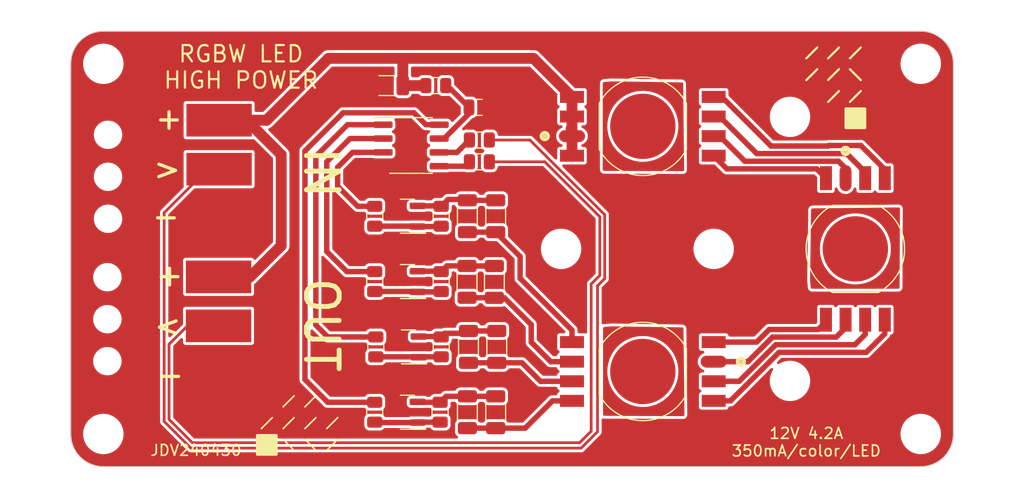
<source format=kicad_pcb>
(kicad_pcb (version 20240108) (generator "pcbnew") (generator_version "8.0")
  (layers (0 "F.Cu" signal) (31 "B.Cu" signal) (34 "B.Paste" user) (35 "F.Paste" user) (36 "B.SilkS" user "B.Silkscreen") (37 "F.SilkS" user "F.Silkscreen") (38 "B.Mask" user) (39 "F.Mask" user) (44 "Edge.Cuts" user))
  (net 0 "")
  (net 1 "+12V")
  (net 2 "GND")
  (net 3 "Net-(U1-VDD)")
  (net 4 "Net-(J1-Pin_2)")
  (net 5 "Net-(J2-Pin_2)")
  (net 6 "Net-(L1-Pad5)")
  (net 7 "Net-(L1-Pad6)")
  (net 8 "Net-(L1-Pad7)")
  (net 9 "Net-(L1-Pad8)")
  (net 10 "Net-(L2-Pad5)")
  (net 11 "Net-(L2-Pad6)")
  (net 12 "Net-(L2-Pad7)")
  (net 13 "Net-(L2-Pad8)")
  (net 14 "Net-(L3-Pad5)")
  (net 15 "Net-(L3-Pad6)")
  (net 16 "Net-(L3-Pad7)")
  (net 17 "Net-(L3-Pad8)")
  (net 21 "Net-(Q1-B)")
  (net 22 "Net-(Q1-E)")
  (net 23 "Net-(Q2-B)")
  (net 24 "Net-(Q2-E)")
  (net 25 "Net-(Q3-E)")
  (net 26 "Net-(Q3-B)")
  (net 27 "Net-(Q4-E)")
  (net 28 "Net-(Q4-B)")
  (net 29 "Net-(U1-OUT_B)")
  (net 30 "Net-(U1-OUT_G)")
  (net 31 "Net-(U1-OUT_R)")
  (net 32 "Net-(U1-OUT_W)")
  (net 33 "Net-(U1-DIN)")
  (net 34 "Net-(U1-DOUT)")
  (footprint "Resistor_SMD:R_0805_2012Metric" (layer "F.Cu") (at 99 65 -90)
    (property "Reference" "R1" (hide yes))
    (property "Value" "18K")
    (fp_line (start -0.227064 0.735) (end 0.227064 0.735) (stroke (width 0.12)) (layer "F.SilkS"))
    (fp_line (start -0.227064 -0.735) (end 0.227064 -0.735) (stroke (width 0.12)) (layer "F.SilkS"))
    (pad "1" smd roundrect (at -0.9125 0 270) (size 1.025 1.4) (layers "F.Cu" "F.Paste" "F.Mask") (roundrect_rratio 0.243902439) (net 22 "Net-(Q1-E)"))
    (pad "2" smd roundrect (at 0.9125 0 270) (size 1.025 1.4) (layers "F.Cu" "F.Paste" "F.Mask") (roundrect_rratio 0.243902439) (net 21 "Net-(Q1-B)"))
  )
  (footprint "Package_TO_SOT_SMD:SOT-23" (layer "F.Cu") (at 95.9 71 180)
    (property "Reference" "Q2" (hide yes))
    (property "Value" "S8550")
    (fp_line (start 0 1.56) (end 0.65 1.56) (stroke (width 0.12)) (layer "F.SilkS"))
    (fp_line (start 0 1.56) (end -0.65 1.56) (stroke (width 0.12)) (layer "F.SilkS"))
    (fp_line (start 0 -1.56) (end 0.65 -1.56) (stroke (width 0.12)) (layer "F.SilkS"))
    (fp_line (start 0 -1.56) (end -1.675 -1.56) (stroke (width 0.12)) (layer "F.SilkS"))
    (pad "1" smd roundrect (at -0.9375 -0.95 180) (size 1.475 0.6) (layers "F.Cu" "F.Paste" "F.Mask") (net 23 "Net-(Q2-B)"))
    (pad "2" smd roundrect (at -0.9375 0.95 180) (size 1.475 0.6) (layers "F.Cu" "F.Paste" "F.Mask") (net 24 "Net-(Q2-E)"))
    (pad "3" smd roundrect (at 0.9375 0 180) (size 1.475 0.6) (layers "F.Cu" "F.Paste" "F.Mask") (net 2 "GND"))
  )
  (footprint "_led:LED_BEAD_8P" (layer "F.Cu") (at 117.5 79.25833 180)
    (property "Reference" "L3" (hide yes))
    (property "Value" "GWRB-LED")
    (fp_line (start 4 -2.1) (end 4 2.1) (stroke (width 0.12)) (layer "F.SilkS"))
    (fp_line (start -4 -2.1) (end -4 2.1) (stroke (width 0.12)) (layer "F.SilkS"))
    (fp_arc (start 3.999999 2.1) (mid 0 4.517742) (end -3.999999 2.1) (stroke (width 0.12)) (layer "F.SilkS"))
    (fp_arc (start -3.999999 -2.1) (mid 0 -4.517742) (end 3.999999 -2.1) (stroke (width 0.12)) (layer "F.SilkS"))
    (fp_circle (center -9 0.9) (end -8.6 1) (stroke (width 0.12)) (fill none) (layer "F.SilkS"))
    (fp_circle (center -9 0.9) (end -9 0.9) (stroke (width 0.12)) (fill none) (layer "F.SilkS"))
    (fp_circle (center -9 0.9) (end -9 0.7) (stroke (width 0.12)) (fill none) (layer "F.SilkS"))
    (fp_circle (center -9 0.9) (end -9 0.6) (stroke (width 0.12)) (fill none) (layer "F.SilkS"))
    (pad "1" smd rect (at -6.5 -2.7 180) (size 2.2 1.1) (layers "F.Cu" "F.Paste" "F.Mask") (net 13 "Net-(L2-Pad8)"))
    (pad "2" smd rect (at -6.5 -0.9 180) (size 2.2 1.1) (layers "F.Cu" "F.Paste" "F.Mask") (net 12 "Net-(L2-Pad7)"))
    (pad "3" smd roundrect (at -6.5 0.9 180) (size 2.4 1.1) (layers "F.Cu" "F.Paste" "F.Mask") (roundrect_rratio 0.5) (net 11 "Net-(L2-Pad6)"))
    (pad "4" smd rect (at -6.5 2.7 180) (size 2.2 1.1) (layers "F.Cu" "F.Paste" "F.Mask") (net 10 "Net-(L2-Pad5)"))
    (pad "5" smd rect (at 6.5 2.7 180) (size 2.2 1.1) (layers "F.Cu" "F.Paste" "F.Mask") (net 14 "Net-(L3-Pad5)"))
    (pad "6" smd rect (at 6.5 0.9 180) (size 2.2 1.1) (layers "F.Cu" "F.Paste" "F.Mask") (net 15 "Net-(L3-Pad6)"))
    (pad "7" smd rect (at 6.5 -0.9 180) (size 2.2 1.1) (layers "F.Cu" "F.Paste" "F.Mask") (net 16 "Net-(L3-Pad7)"))
    (pad "8" smd rect (at 6.5 -2.7 180) (size 2.2 1.1) (layers "F.Cu" "F.Paste" "F.Mask") (net 17 "Net-(L3-Pad8)"))
    (pad "9" smd circle (at 0 0 180) (size 6 6) (layers "F.Cu" "F.Paste" "F.Mask"))
  )
  (footprint "Resistor_SMD:R_0805_2012Metric" (layer "F.Cu") (at 92.9 65 90)
    (property "Reference" "R12" (hide yes))
    (property "Value" "100R")
    (fp_line (start -0.227064 -0.735) (end 0.227064 -0.735) (stroke (width 0.12)) (layer "F.SilkS"))
    (fp_line (start -0.227064 0.735) (end 0.227064 0.735) (stroke (width 0.12)) (layer "F.SilkS"))
    (pad "1" smd roundrect (at -0.9125 0 90) (size 1.025 1.4) (layers "F.Cu" "F.Paste" "F.Mask") (roundrect_rratio 0.243902439) (net 21 "Net-(Q1-B)"))
    (pad "2" smd roundrect (at 0.9125 0 90) (size 1.025 1.4) (layers "F.Cu" "F.Paste" "F.Mask") (roundrect_rratio 0.243902439) (net 29 "Net-(U1-OUT_B)"))
  )
  (footprint "Resistor_SMD:R_0805_2012Metric" (layer "F.Cu") (at 98.9 83 -90)
    (property "Reference" "R9" (hide yes))
    (property "Value" "18K")
    (fp_line (start -0.227064 0.735) (end 0.227064 0.735) (stroke (width 0.12)) (layer "F.SilkS"))
    (fp_line (start -0.227064 -0.735) (end 0.227064 -0.735) (stroke (width 0.12)) (layer "F.SilkS"))
    (pad "1" smd roundrect (at -0.9125 0 270) (size 1.025 1.4) (layers "F.Cu" "F.Paste" "F.Mask") (roundrect_rratio 0.243902439) (net 27 "Net-(Q4-E)"))
    (pad "2" smd roundrect (at 0.9125 0 270) (size 1.025 1.4) (layers "F.Cu" "F.Paste" "F.Mask") (roundrect_rratio 0.243902439) (net 28 "Net-(Q4-B)"))
  )
  (footprint "Package_TO_SOT_SMD:SOT-23" (layer "F.Cu") (at 95.9 65 180)
    (property "Reference" "Q1" (hide yes))
    (property "Value" "S8550")
    (fp_line (start 0 1.56) (end 0.65 1.56) (stroke (width 0.12)) (layer "F.SilkS"))
    (fp_line (start 0 1.56) (end -0.65 1.56) (stroke (width 0.12)) (layer "F.SilkS"))
    (fp_line (start 0 -1.56) (end 0.65 -1.56) (stroke (width 0.12)) (layer "F.SilkS"))
    (fp_line (start 0 -1.56) (end -1.675 -1.56) (stroke (width 0.12)) (layer "F.SilkS"))
    (pad "1" smd roundrect (at -0.9375 -0.95 180) (size 1.475 0.6) (layers "F.Cu" "F.Paste" "F.Mask") (net 21 "Net-(Q1-B)"))
    (pad "2" smd roundrect (at -0.9375 0.95 180) (size 1.475 0.6) (layers "F.Cu" "F.Paste" "F.Mask") (net 22 "Net-(Q1-E)"))
    (pad "3" smd roundrect (at 0.9375 0 180) (size 1.475 0.6) (layers "F.Cu" "F.Paste" "F.Mask") (net 2 "GND"))
  )
  (footprint "MountingHole:MountingHole_3.2mm_M3" (layer "F.Cu") (at 124 68 120)
    (property "Reference" "REF**1" (hide yes))
    (property "Value" "MountingHole_3.2mm_M3")
    (pad "" np_thru_hole circle (at 0 0 120) (size 3.2 3.2) (drill 3.2) (layers "*.Cu" "*.Mask"))
  )
  (footprint "Resistor_SMD:R_1206_3216Metric" (layer "F.Cu") (at 104.1 77 90)
    (property "Reference" "R8" (hide yes))
    (property "Value" "5R6")
    (fp_line (start -0.727064 -0.91) (end 0.727064 -0.91) (stroke (width 0.12)) (layer "F.SilkS"))
    (fp_line (start -0.727064 0.91) (end 0.727064 0.91) (stroke (width 0.12)) (layer "F.SilkS"))
    (pad "1" smd roundrect (at -1.4625 0 90) (size 1.125 1.75) (layers "F.Cu" "F.Paste" "F.Mask") (roundrect_rratio 0.2222222222) (net 16 "Net-(L3-Pad7)"))
    (pad "2" smd roundrect (at 1.4625 0 90) (size 1.125 1.75) (layers "F.Cu" "F.Paste" "F.Mask") (roundrect_rratio 0.2222222222) (net 25 "Net-(Q3-E)"))
  )
  (footprint "Resistor_SMD:R_1206_3216Metric" (layer "F.Cu") (at 101.5 77 90)
    (property "Reference" "R7" (hide yes))
    (property "Value" "5R6")
    (fp_line (start -0.727064 -0.91) (end 0.727064 -0.91) (stroke (width 0.12)) (layer "F.SilkS"))
    (fp_line (start -0.727064 0.91) (end 0.727064 0.91) (stroke (width 0.12)) (layer "F.SilkS"))
    (pad "1" smd roundrect (at -1.4625 0 90) (size 1.125 1.75) (layers "F.Cu" "F.Paste" "F.Mask") (roundrect_rratio 0.2222222222) (net 16 "Net-(L3-Pad7)"))
    (pad "2" smd roundrect (at 1.4625 0 90) (size 1.125 1.75) (layers "F.Cu" "F.Paste" "F.Mask") (roundrect_rratio 0.2222222222) (net 25 "Net-(Q3-E)"))
  )
  (footprint "Resistor_SMD:R_1206_3216Metric" (layer "F.Cu") (at 104 83 90)
    (property "Reference" "R11" (hide yes))
    (property "Value" "5R6")
    (fp_line (start -0.727064 -0.91) (end 0.727064 -0.91) (stroke (width 0.12)) (layer "F.SilkS"))
    (fp_line (start -0.727064 0.91) (end 0.727064 0.91) (stroke (width 0.12)) (layer "F.SilkS"))
    (pad "1" smd roundrect (at -1.4625 0 90) (size 1.125 1.75) (layers "F.Cu" "F.Paste" "F.Mask") (roundrect_rratio 0.2222222222) (net 17 "Net-(L3-Pad8)"))
    (pad "2" smd roundrect (at 1.4625 0 90) (size 1.125 1.75) (layers "F.Cu" "F.Paste" "F.Mask") (roundrect_rratio 0.2222222222) (net 27 "Net-(Q4-E)"))
  )
  (footprint "Package_TO_SOT_SMD:SOT-23" (layer "F.Cu") (at 95.9 83 180)
    (property "Reference" "Q4" (hide yes))
    (property "Value" "S8550")
    (fp_line (start 0 1.56) (end 0.65 1.56) (stroke (width 0.12)) (layer "F.SilkS"))
    (fp_line (start 0 1.56) (end -0.65 1.56) (stroke (width 0.12)) (layer "F.SilkS"))
    (fp_line (start 0 -1.56) (end 0.65 -1.56) (stroke (width 0.12)) (layer "F.SilkS"))
    (fp_line (start 0 -1.56) (end -1.675 -1.56) (stroke (width 0.12)) (layer "F.SilkS"))
    (pad "1" smd roundrect (at -0.9375 -0.95 180) (size 1.475 0.6) (layers "F.Cu" "F.Paste" "F.Mask") (net 28 "Net-(Q4-B)"))
    (pad "2" smd roundrect (at -0.9375 0.95 180) (size 1.475 0.6) (layers "F.Cu" "F.Paste" "F.Mask") (net 27 "Net-(Q4-E)"))
    (pad "3" smd roundrect (at 0.9375 0 180) (size 1.475 0.6) (layers "F.Cu" "F.Paste" "F.Mask") (net 2 "GND"))
  )
  (footprint "Resistor_SMD:R_1206_3216Metric" (layer "F.Cu") (at 101.37 71.0225 90)
    (property "Reference" "R5" (hide yes))
    (property "Value" "8R")
    (fp_line (start -0.727064 -0.91) (end 0.727064 -0.91) (stroke (width 0.12)) (layer "F.SilkS"))
    (fp_line (start -0.727064 0.91) (end 0.727064 0.91) (stroke (width 0.12)) (layer "F.SilkS"))
    (pad "1" smd roundrect (at -1.4625 0 90) (size 1.125 1.75) (layers "F.Cu" "F.Paste" "F.Mask") (roundrect_rratio 0.222222) (net 15 "Net-(L3-Pad6)"))
    (pad "2" smd roundrect (at 1.4625 0 90) (size 1.125 1.75) (layers "F.Cu" "F.Paste" "F.Mask") (roundrect_rratio 0.222222) (net 24 "Net-(Q2-E)"))
  )
  (footprint "Resistor_SMD:R_0805_2012Metric" (layer "F.Cu") (at 92.9 83 90)
    (property "Reference" "R15" (hide yes))
    (property "Value" "100R")
    (fp_line (start -0.227064 -0.735) (end 0.227064 -0.735) (stroke (width 0.12)) (layer "F.SilkS"))
    (fp_line (start -0.227064 0.735) (end 0.227064 0.735) (stroke (width 0.12)) (layer "F.SilkS"))
    (pad "1" smd roundrect (at -0.9125 0 90) (size 1.025 1.4) (layers "F.Cu" "F.Paste" "F.Mask") (roundrect_rratio 0.243902439) (net 28 "Net-(Q4-B)"))
    (pad "2" smd roundrect (at 0.9125 0 90) (size 1.025 1.4) (layers "F.Cu" "F.Paste" "F.Mask") (roundrect_rratio 0.243902439) (net 32 "Net-(U1-OUT_W)"))
  )
  (footprint "MountingHole:MountingHole_3.2mm_M3" (layer "F.Cu") (at 143 85)
    (property "Reference" "REF**" (hide yes))
    (property "Value" "MountingHole_3.2mm_M3")
    (pad "" np_thru_hole circle (at 0 0) (size 3.2 3.2) (drill 3.2) (layers "*.Cu" "*.Mask"))
  )
  (footprint "MountingHole:MountingHole_2.1mm" (layer "F.Cu") (at 68.43 65.232)
    (property "Reference" "REF**" (hide yes))
    (property "Value" "MountingHole_2.1mm")
    (pad "" np_thru_hole circle (at 0 0) (size 2.1 2.1) (drill 2.1) (layers "F&B.Cu" "*.Mask"))
  )
  (footprint "Capacitor_SMD:C_1206_3216Metric" (layer "F.Cu") (at 94 53 180)
    (property "Reference" "C1" (hide yes))
    (property "Value" "100n")
    (fp_line (start -0.711252 0.91) (end 0.711252 0.91) (stroke (width 0.12)) (layer "F.SilkS"))
    (fp_line (start -0.711252 -0.91) (end 0.711252 -0.91) (stroke (width 0.12)) (layer "F.SilkS"))
    (pad "1" smd roundrect (at -1.475 0 180) (size 1.15 1.8) (layers "F.Cu" "F.Paste" "F.Mask") (roundrect_rratio 0.2173913043) (net 1 "+12V"))
    (pad "2" smd roundrect (at 1.475 0 180) (size 1.15 1.8) (layers "F.Cu" "F.Paste" "F.Mask") (roundrect_rratio 0.2173913043) (net 2 "GND"))
  )
  (footprint "MountingHole:MountingHole_3.2mm_M3" (layer "F.Cu") (at 143 51)
    (property "Reference" "REF**" (hide yes))
    (property "Value" "MountingHole_3.2mm_M3")
    (pad "" np_thru_hole circle (at 0 0) (size 3.2 3.2) (drill 3.2) (layers "*.Cu" "*.Mask"))
  )
  (footprint "Resistor_SMD:R_0805_2012Metric" (layer "F.Cu") (at 93 77 90)
    (property "Reference" "R14" (hide yes))
    (property "Value" "100R")
    (fp_line (start -0.227064 -0.735) (end 0.227064 -0.735) (stroke (width 0.12)) (layer "F.SilkS"))
    (fp_line (start -0.227064 0.735) (end 0.227064 0.735) (stroke (width 0.12)) (layer "F.SilkS"))
    (pad "1" smd roundrect (at -0.9125 0 90) (size 1.025 1.4) (layers "F.Cu" "F.Paste" "F.Mask") (roundrect_rratio 0.243902439) (net 26 "Net-(Q3-B)"))
    (pad "2" smd roundrect (at 0.9125 0 90) (size 1.025 1.4) (layers "F.Cu" "F.Paste" "F.Mask") (roundrect_rratio 0.243902439) (net 31 "Net-(U1-OUT_R)"))
  )
  (footprint "MountingHole:MountingHole_2.1mm" (layer "F.Cu") (at 68.43 61.376)
    (property "Reference" "REF**" (hide yes))
    (property "Value" "MountingHole_2.1mm")
    (pad "" np_thru_hole circle (at 0 0) (size 2.1 2.1) (drill 2.1) (layers "F&B.Cu" "*.Mask"))
  )
  (footprint "MountingHole:MountingHole_3.2mm_M3" (layer "F.Cu") (at 131 80.124356 120)
    (property "Reference" "REF**1" (hide yes))
    (property "Value" "MountingHole_3.2mm_M3")
    (pad "" np_thru_hole circle (at 0 0 120) (size 3.2 3.2) (drill 3.2) (layers "*.Cu" "*.Mask"))
  )
  (footprint "Resistor_SMD:R_1206_3216Metric" (layer "F.Cu") (at 104 65 90)
    (property "Reference" "R2" (hide yes))
    (property "Value" "5R6")
    (fp_line (start -0.727064 -0.91) (end 0.727064 -0.91) (stroke (width 0.12)) (layer "F.SilkS"))
    (fp_line (start -0.727064 0.91) (end 0.727064 0.91) (stroke (width 0.12)) (layer "F.SilkS"))
    (pad "1" smd roundrect (at -1.4625 0 90) (size 1.125 1.75) (layers "F.Cu" "F.Paste" "F.Mask") (roundrect_rratio 0.2222222222) (net 14 "Net-(L3-Pad5)"))
    (pad "2" smd roundrect (at 1.4625 0 90) (size 1.125 1.75) (layers "F.Cu" "F.Paste" "F.Mask") (roundrect_rratio 0.2222222222) (net 22 "Net-(Q1-E)"))
  )
  (footprint "MountingHole:MountingHole_3.2mm_M3" (layer "F.Cu") (at 68 51)
    (property "Reference" "REF**" (hide yes))
    (property "Value" "MountingHole_3.2mm_M3")
    (pad "" np_thru_hole circle (at 0 0) (size 3.2 3.2) (drill 3.2) (layers "*.Cu" "*.Mask"))
  )
  (footprint "Capacitor_SMD:C_0805_2012Metric" (layer "F.Cu") (at 102.5 55)
    (property "Reference" "C2" (hide yes))
    (property "Value" "100n")
    (fp_line (start -0.261252 -0.735) (end 0.261252 -0.735) (stroke (width 0.12)) (layer "F.SilkS"))
    (fp_line (start -0.261252 0.735) (end 0.261252 0.735) (stroke (width 0.12)) (layer "F.SilkS"))
    (pad "1" smd roundrect (at -0.95 0) (size 1 1.45) (layers "F.Cu" "F.Paste" "F.Mask") (net 3 "Net-(U1-VDD)"))
    (pad "2" smd roundrect (at 0.95 0) (size 1 1.45) (layers "F.Cu" "F.Paste" "F.Mask") (net 2 "GND"))
  )
  (footprint "Resistor_SMD:R_0805_2012Metric" (layer "F.Cu") (at 102.5 60 180)
    (property "Reference" "R18" (hide yes))
    (property "Value" "68R")
    (fp_line (start -0.227064 0.735) (end 0.227064 0.735) (stroke (width 0.12)) (layer "F.SilkS"))
    (fp_line (start -0.227064 -0.735) (end 0.227064 -0.735) (stroke (width 0.12)) (layer "F.SilkS"))
    (pad "1" smd roundrect (at -0.9125 0 180) (size 1.025 1.4) (layers "F.Cu" "F.Paste" "F.Mask") (roundrect_rratio 0.243902439) (net 5 "Net-(J2-Pin_2)"))
    (pad "2" smd roundrect (at 0.9125 0 180) (size 1.025 1.4) (layers "F.Cu" "F.Paste" "F.Mask") (roundrect_rratio 0.243902439) (net 34 "Net-(U1-DOUT)"))
  )
  (footprint "Resistor_SMD:R_1206_3216Metric" (layer "F.Cu") (at 101.4 83 90)
    (property "Reference" "R10" (hide yes))
    (property "Value" "5R6")
    (fp_line (start -0.727064 -0.91) (end 0.727064 -0.91) (stroke (width 0.12)) (layer "F.SilkS"))
    (fp_line (start -0.727064 0.91) (end 0.727064 0.91) (stroke (width 0.12)) (layer "F.SilkS"))
    (pad "1" smd roundrect (at -1.4625 0 90) (size 1.125 1.75) (layers "F.Cu" "F.Paste" "F.Mask") (roundrect_rratio 0.2222222222) (net 17 "Net-(L3-Pad8)"))
    (pad "2" smd roundrect (at 1.4625 0 90) (size 1.125 1.75) (layers "F.Cu" "F.Paste" "F.Mask") (roundrect_rratio 0.2222222222) (net 27 "Net-(Q4-E)"))
  )
  (footprint "Package_SO:SO-8_3.9x4.9mm_P1.27mm" (layer "F.Cu") (at 96.237981 58.5)
    (property "Reference" "U1" (hide yes))
    (property "Value" "UCS2904B")
    (fp_line (start 0 -2.56) (end -3.45 -2.56) (stroke (width 0.12)) (layer "F.SilkS"))
    (fp_line (start 0 -2.56) (end 1.95 -2.56) (stroke (width 0.12)) (layer "F.SilkS"))
    (fp_line (start 0 2.56) (end -1.95 2.56) (stroke (width 0.12)) (layer "F.SilkS"))
    (fp_line (start 0 2.56) (end 1.95 2.56) (stroke (width 0.12)) (layer "F.SilkS"))
    (pad "1" smd roundrect (at -2.575 -1.905) (size 1.75 0.6) (layers "F.Cu" "F.Paste" "F.Mask") (net 31 "Net-(U1-OUT_R)"))
    (pad "2" smd roundrect (at -2.575 -0.635) (size 1.75 0.6) (layers "F.Cu" "F.Paste" "F.Mask") (net 30 "Net-(U1-OUT_G)"))
    (pad "3" smd roundrect (at -2.575 0.635) (size 1.75 0.6) (layers "F.Cu" "F.Paste" "F.Mask") (net 29 "Net-(U1-OUT_B)"))
    (pad "4" smd roundrect (at -2.575 1.905) (size 1.75 0.6) (layers "F.Cu" "F.Paste" "F.Mask") (net 2 "GND"))
    (pad "5" smd roundrect (at 2.575 1.905) (size 1.75 0.6) (layers "F.Cu" "F.Paste" "F.Mask") (net 34 "Net-(U1-DOUT)"))
    (pad "6" smd roundrect (at 2.575 0.635) (size 1.75 0.6) (layers "F.Cu" "F.Paste" "F.Mask") (net 33 "Net-(U1-DIN)"))
    (pad "7" smd roundrect (at 2.575 -0.635) (size 1.75 0.6) (layers "F.Cu" "F.Paste" "F.Mask") (net 3 "Net-(U1-VDD)"))
    (pad "8" smd roundrect (at 2.575 -1.905) (size 1.75 0.6) (layers "F.Cu" "F.Paste" "F.Mask") (net 32 "Net-(U1-OUT_W)"))
  )
  (footprint "MountingHole:MountingHole_2.1mm" (layer "F.Cu") (at 68.37 70.6)
    (property "Reference" "REF**" (hide yes))
    (property "Value" "MountingHole_2.1mm")
    (pad "" np_thru_hole circle (at 0 0) (size 2.1 2.1) (drill 2.1) (layers "F&B.Cu" "*.Mask"))
  )
  (footprint "Resistor_SMD:R_1206_3216Metric" (layer "F.Cu") (at 101.4 65 90)
    (property "Reference" "R3" (hide yes))
    (property "Value" "5R6")
    (fp_line (start -0.727064 -0.91) (end 0.727064 -0.91) (stroke (width 0.12)) (layer "F.SilkS"))
    (fp_line (start -0.727064 0.91) (end 0.727064 0.91) (stroke (width 0.12)) (layer "F.SilkS"))
    (pad "1" smd roundrect (at -1.4625 0 90) (size 1.125 1.75) (layers "F.Cu" "F.Paste" "F.Mask") (roundrect_rratio 0.2222222222) (net 14 "Net-(L3-Pad5)"))
    (pad "2" smd roundrect (at 1.4625 0 90) (size 1.125 1.75) (layers "F.Cu" "F.Paste" "F.Mask") (roundrect_rratio 0.2222222222) (net 22 "Net-(Q1-E)"))
  )
  (footprint "_led:LED_BEAD_8P" (layer "F.Cu") (at 137 68 -90)
    (property "Reference" "L2" (hide yes))
    (property "Value" "GWRB-LED")
    (fp_line (start -4 -2.1) (end -4 2.1) (stroke (width 0.12)) (layer "F.SilkS"))
    (fp_line (start 4 -2.1) (end 4 2.1) (stroke (width 0.12)) (layer "F.SilkS"))
    (fp_arc (start 3.999999 2.1) (mid 0 4.517742) (end -3.999999 2.1) (stroke (width 0.12)) (layer "F.SilkS"))
    (fp_arc (start -3.999999 -2.1) (mid 0 -4.517742) (end 3.999999 -2.1) (stroke (width 0.12)) (layer "F.SilkS"))
    (fp_circle (center -9 0.9) (end -8.6 1) (stroke (width 0.12)) (fill none) (layer "F.SilkS"))
    (fp_circle (center -9 0.9) (end -9 0.9) (stroke (width 0.12)) (fill none) (layer "F.SilkS"))
    (fp_circle (center -9 0.9) (end -9 0.7) (stroke (width 0.12)) (fill none) (layer "F.SilkS"))
    (fp_circle (center -9 0.9) (end -9 0.6) (stroke (width 0.12)) (fill none) (layer "F.SilkS"))
    (pad "1" smd rect (at -6.5 -2.7 270) (size 2.2 1.1) (layers "F.Cu" "F.Paste" "F.Mask") (net 9 "Net-(L1-Pad8)"))
    (pad "2" smd rect (at -6.5 -0.9 270) (size 2.2 1.1) (layers "F.Cu" "F.Paste" "F.Mask") (net 8 "Net-(L1-Pad7)"))
    (pad "3" smd roundrect (at -6.5 0.9 270) (size 2.4 1.1) (layers "F.Cu" "F.Paste" "F.Mask") (roundrect_rratio 0.5) (net 7 "Net-(L1-Pad6)"))
    (pad "4" smd rect (at -6.5 2.7 270) (size 2.2 1.1) (layers "F.Cu" "F.Paste" "F.Mask") (net 6 "Net-(L1-Pad5)"))
    (pad "5" smd rect (at 6.5 2.7 270) (size 2.2 1.1) (layers "F.Cu" "F.Paste" "F.Mask") (net 10 "Net-(L2-Pad5)"))
    (pad "6" smd rect (at 6.5 0.9 270) (size 2.2 1.1) (layers "F.Cu" "F.Paste" "F.Mask") (net 11 "Net-(L2-Pad6)"))
    (pad "7" smd rect (at 6.5 -0.9 270) (size 2.2 1.1) (layers "F.Cu" "F.Paste" "F.Mask") (net 12 "Net-(L2-Pad7)"))
    (pad "8" smd rect (at 6.5 -2.7 270) (size 2.2 1.1) (layers "F.Cu" "F.Paste" "F.Mask") (net 13 "Net-(L2-Pad8)"))
    (pad "9" smd circle (at 0 0 270) (size 6 6) (layers "F.Cu" "F.Paste" "F.Mask"))
  )
  (footprint "Resistor_SMD:R_0805_2012Metric" (layer "F.Cu") (at 99 71 -90)
    (property "Reference" "R4" (hide yes))
    (property "Value" "18K")
    (fp_line (start -0.227064 0.735) (end 0.227064 0.735) (stroke (width 0.12)) (layer "F.SilkS"))
    (fp_line (start -0.227064 -0.735) (end 0.227064 -0.735) (stroke (width 0.12)) (layer "F.SilkS"))
    (pad "1" smd roundrect (at -0.9125 0 270) (size 1.025 1.4) (layers "F.Cu" "F.Paste" "F.Mask") (roundrect_rratio 0.243902439) (net 24 "Net-(Q2-E)"))
    (pad "2" smd roundrect (at 0.9125 0 270) (size 1.025 1.4) (layers "F.Cu" "F.Paste" "F.Mask") (roundrect_rratio 0.243902439) (net 23 "Net-(Q2-B)"))
  )
  (footprint "Connector_Wire:SolderWirePad_1x01_SMD_5x10mm" (layer "F.Cu") (at 78.62 56.18 -90)
    (property "Reference" "J1" (hide yes))
    (property "Value" "Conn_01x03")
    (pad "1" smd rect (at 0 0 270) (size 3 6) (layers "F.Cu" "F.Paste" "F.Mask") (net 1 "+12V"))
    (pad "2" smd rect (at 4.5 0 270) (size 3 6) (layers "F.Cu" "F.Paste" "F.Mask") (net 4 "Net-(J1-Pin_2)"))
    (pad "3" smd rect (at 9 0 270) (size 3 6) (layers "F.Cu" "F.Paste" "F.Mask") (net 2 "GND"))
  )
  (footprint "_led:LED_BEAD_8P" (layer "F.Cu") (at 117.5 56.74167)
    (property "Reference" "L1" (hide yes))
    (property "Value" "GWRB-LED")
    (fp_line (start -4 -2.1) (end -4 2.1) (stroke (width 0.12)) (layer "F.SilkS"))
    (fp_line (start 4 -2.1) (end 4 2.1) (stroke (width 0.12)) (layer "F.SilkS"))
    (fp_arc (start -3.999999 -2.1) (mid 0 -4.517742) (end 3.999999 -2.1) (stroke (width 0.12)) (layer "F.SilkS"))
    (fp_arc (start 3.999999 2.1) (mid 0 4.517742) (end -3.999999 2.1) (stroke (width 0.12)) (layer "F.SilkS"))
    (fp_circle (center -9 0.9) (end -9 0.6) (stroke (width 0.12)) (fill none) (layer "F.SilkS"))
    (fp_circle (center -9 0.9) (end -9 0.7) (stroke (width 0.12)) (fill none) (layer "F.SilkS"))
    (fp_circle (center -9 0.9) (end -9 0.9) (stroke (width 0.12)) (fill none) (layer "F.SilkS"))
    (fp_circle (center -9 0.9) (end -8.6 1) (stroke (width 0.12)) (fill none) (layer "F.SilkS"))
    (pad "1" smd rect (at -6.5 -2.7) (size 2.2 1.1) (layers "F.Cu" "F.Paste" "F.Mask") (net 1 "+12V"))
    (pad "2" smd rect (at -6.5 -0.9) (size 2.2 1.1) (layers "F.Cu" "F.Paste" "F.Mask") (net 1 "+12V"))
    (pad "3" smd roundrect (at -6.5 0.9) (size 2.4 1.1) (layers "F.Cu" "F.Paste" "F.Mask") (roundrect_rratio 0.5) (net 1 "+12V"))
    (pad "4" smd rect (at -6.5 2.7) (size 2.2 1.1) (layers "F.Cu" "F.Paste" "F.Mask") (net 1 "+12V"))
    (pad "5" smd rect (at 6.5 2.7) (size 2.2 1.1) (layers "F.Cu" "F.Paste" "F.Mask") (net 6 "Net-(L1-Pad5)"))
    (pad "6" smd rect (at 6.5 0.9) (size 2.2 1.1) (layers "F.Cu" "F.Paste" "F.Mask") (net 7 "Net-(L1-Pad6)"))
    (pad "7" smd rect (at 6.5 -0.9) (size 2.2 1.1) (layers "F.Cu" "F.Paste" "F.Mask") (net 8 "Net-(L1-Pad7)"))
    (pad "8" smd rect (at 6.5 -2.7) (size 2.2 1.1) (layers "F.Cu" "F.Paste" "F.Mask") (net 9 "Net-(L1-Pad8)"))
    (pad "9" smd circle (at 0 0) (size 6 6) (layers "F.Cu" "F.Paste" "F.Mask"))
  )
  (footprint "MountingHole:MountingHole_3.2mm_M3" (layer "F.Cu") (at 131 55.875644 -120)
    (property "Reference" "REF**2" (hide yes))
    (property "Value" "MountingHole_3.2mm_M3")
    (pad "" np_thru_hole circle (at 0 0 240) (size 3.2 3.2) (drill 3.2) (layers "*.Cu" "*.Mask"))
  )
  (footprint "Resistor_SMD:R_0805_2012Metric" (layer "F.Cu") (at 99 77 -90)
    (property "Reference" "R6" (hide yes))
    (property "Value" "18K")
    (fp_line (start -0.227064 0.735) (end 0.227064 0.735) (stroke (width 0.12)) (layer "F.SilkS"))
    (fp_line (start -0.227064 -0.735) (end 0.227064 -0.735) (stroke (width 0.12)) (layer "F.SilkS"))
    (pad "1" smd roundrect (at -0.9125 0 270) (size 1.025 1.4) (layers "F.Cu" "F.Paste" "F.Mask") (roundrect_rratio 0.243902439) (net 25 "Net-(Q3-E)"))
    (pad "2" smd roundrect (at 0.9125 0 270) (size 1.025 1.4) (layers "F.Cu" "F.Paste" "F.Mask") (roundrect_rratio 0.243902439) (net 26 "Net-(Q3-B)"))
  )
  (footprint "Package_TO_SOT_SMD:SOT-23" (layer "F.Cu") (at 96 77 180)
    (property "Reference" "Q3" (hide yes))
    (property "Value" "S8550")
    (fp_line (start 0 1.56) (end 0.65 1.56) (stroke (width 0.12)) (layer "F.SilkS"))
    (fp_line (start 0 1.56) (end -0.65 1.56) (stroke (width 0.12)) (layer "F.SilkS"))
    (fp_line (start 0 -1.56) (end 0.65 -1.56) (stroke (width 0.12)) (layer "F.SilkS"))
    (fp_line (start 0 -1.56) (end -1.675 -1.56) (stroke (width 0.12)) (layer "F.SilkS"))
    (pad "1" smd roundrect (at -0.9375 -0.95 180) (size 1.475 0.6) (layers "F.Cu" "F.Paste" "F.Mask") (net 26 "Net-(Q3-B)"))
    (pad "2" smd roundrect (at -0.9375 0.95 180) (size 1.475 0.6) (layers "F.Cu" "F.Paste" "F.Mask") (net 25 "Net-(Q3-E)"))
    (pad "3" smd roundrect (at 0.9375 0 180) (size 1.475 0.6) (layers "F.Cu" "F.Paste" "F.Mask") (net 2 "GND"))
  )
  (footprint "MountingHole:MountingHole_2.1mm" (layer "F.Cu") (at 68.43 57.52)
    (property "Reference" "REF**" (hide yes))
    (property "Value" "MountingHole_2.1mm")
    (pad "" np_thru_hole circle (at 0 0) (size 2.1 2.1) (drill 2.1) (layers "*.Cu" "*.Mask"))
  )
  (footprint "MountingHole:MountingHole_2.1mm" (layer "F.Cu") (at 68.37 74.456)
    (property "Reference" "REF**" (hide yes))
    (property "Value" "MountingHole_2.1mm")
    (pad "" np_thru_hole circle (at 0 0) (size 2.1 2.1) (drill 2.1) (layers "F&B.Cu" "*.Mask"))
  )
  (footprint "Resistor_SMD:R_0805_2012Metric" (layer "F.Cu") (at 98.5 53 180)
    (property "Reference" "R16" (hide yes))
    (property "Value" "1K")
    (fp_line (start -0.227064 0.735) (end 0.227064 0.735) (stroke (width 0.12)) (layer "F.SilkS"))
    (fp_line (start -0.227064 -0.735) (end 0.227064 -0.735) (stroke (width 0.12)) (layer "F.SilkS"))
    (pad "1" smd roundrect (at -0.9125 0 180) (size 1.025 1.4) (layers "F.Cu" "F.Paste" "F.Mask") (roundrect_rratio 0.243902439) (net 3 "Net-(U1-VDD)"))
    (pad "2" smd roundrect (at 0.9125 0 180) (size 1.025 1.4) (layers "F.Cu" "F.Paste" "F.Mask") (roundrect_rratio 0.243902439) (net 1 "+12V"))
  )
  (footprint "MountingHole:MountingHole_3.2mm_M3" (layer "F.Cu") (at 110 68)
    (property "Reference" "REF**" (hide yes))
    (property "Value" "MountingHole_3.2mm_M3")
    (pad "" np_thru_hole circle (at 0 0) (size 3.2 3.2) (drill 3.2) (layers "*.Cu" "*.Mask"))
  )
  (footprint "MountingHole:MountingHole_3.2mm_M3" (layer "F.Cu") (at 68 85)
    (property "Reference" "REF**" (hide yes))
    (property "Value" "MountingHole_3.2mm_M3")
    (pad "" np_thru_hole circle (at 0 0) (size 3.2 3.2) (drill 3.2) (layers "*.Cu" "*.Mask"))
  )
  (footprint "Resistor_SMD:R_0805_2012Metric" (layer "F.Cu") (at 92.9 71 90)
    (property "Reference" "R13" (hide yes))
    (property "Value" "100R")
    (fp_line (start -0.227064 -0.735) (end 0.227064 -0.735) (stroke (width 0.12)) (layer "F.SilkS"))
    (fp_line (start -0.227064 0.735) (end 0.227064 0.735) (stroke (width 0.12)) (layer "F.SilkS"))
    (pad "1" smd roundrect (at -0.9125 0 90) (size 1.025 1.4) (layers "F.Cu" "F.Paste" "F.Mask") (roundrect_rratio 0.243902439) (net 23 "Net-(Q2-B)"))
    (pad "2" smd roundrect (at 0.9125 0 90) (size 1.025 1.4) (layers "F.Cu" "F.Paste" "F.Mask") (roundrect_rratio 0.243902439) (net 30 "Net-(U1-OUT_G)"))
  )
  (footprint "MountingHole:MountingHole_2.1mm" (layer "F.Cu") (at 68.37 78.312)
    (property "Reference" "REF**" (hide yes))
    (property "Value" "MountingHole_2.1mm")
    (pad "" np_thru_hole circle (at 0 0) (size 2.1 2.1) (drill 2.1) (layers "F&B.Cu" "*.Mask"))
  )
  (footprint "Resistor_SMD:R_1206_3216Metric" (layer "F.Cu") (at 103.88 71.0325 90)
    (property "Reference" "R19" (hide yes))
    (property "Value" "8R")
    (fp_line (start -0.727064 -0.91) (end 0.727064 -0.91) (stroke (width 0.12)) (layer "F.SilkS"))
    (fp_line (start -0.727064 0.91) (end 0.727064 0.91) (stroke (width 0.12)) (layer "F.SilkS"))
    (pad "1" smd roundrect (at -1.4625 0 90) (size 1.125 1.75) (layers "F.Cu" "F.Paste" "F.Mask") (roundrect_rratio 0.222222) (net 15 "Net-(L3-Pad6)"))
    (pad "2" smd roundrect (at 1.4625 0 90) (size 1.125 1.75) (layers "F.Cu" "F.Paste" "F.Mask") (roundrect_rratio 0.222222) (net 24 "Net-(Q2-E)"))
  )
  (footprint "Resistor_SMD:R_0805_2012Metric" (layer "F.Cu") (at 102.5 58)
    (property "Reference" "R17" (hide yes))
    (property "Value" "68R")
    (fp_line (start -0.227064 -0.735) (end 0.227064 -0.735) (stroke (width 0.12)) (layer "F.SilkS"))
    (fp_line (start -0.227064 0.735) (end 0.227064 0.735) (stroke (width 0.12)) (layer "F.SilkS"))
    (pad "1" smd roundrect (at -0.9125 0) (size 1.025 1.4) (layers "F.Cu" "F.Paste" "F.Mask") (roundrect_rratio 0.243902439) (net 33 "Net-(U1-DIN)"))
    (pad "2" smd roundrect (at 0.9125 0) (size 1.025 1.4) (layers "F.Cu" "F.Paste" "F.Mask") (roundrect_rratio 0.243902439) (net 4 "Net-(J1-Pin_2)"))
  )
  (footprint "Connector_Wire:SolderWirePad_1x01_SMD_5x10mm" (layer "F.Cu") (at 78.07 75.07 -90)
    (property "Reference" "J2" (hide yes))
    (property "Value" "Conn_01x03" (hide yes))
    (pad "1" smd rect (at -4.5 -0.5 270) (size 3 6) (layers "F.Cu" "F.Paste" "F.Mask") (net 1 "+12V"))
    (pad "2" smd rect (at 0 -0.5 270) (size 3 6) (layers "F.Cu" "F.Paste" "F.Mask") (net 5 "Net-(J2-Pin_2)"))
    (pad "3" smd rect (at 4.5 -0.5 270) (size 3 6) (layers "F.Cu" "F.Paste" "F.Mask") (net 2 "GND"))
  )
  (gr_line (start 133.5 49.5) (end 132.5 50.5) (stroke (width 0.2)) (layer "F.SilkS"))
  (gr_line (start 86.5 82.5) (end 87.5 81.5) (stroke (width 0.15)) (layer "F.SilkS"))
  (gr_line (start 84.5 82.5) (end 85.5 81.5) (stroke (width 0.15)) (layer "F.SilkS"))
  (gr_line (start 135.5 49.5) (end 134.5 50.5) (stroke (width 0.2)) (layer "F.SilkS"))
  (gr_line (start 84.5 85.5) (end 85.5 86.5) (stroke (width 0.15)) (layer "F.SilkS"))
  (gr_line (start 135.502214 51.482892) (end 134.502214 52.482892) (stroke (width 0.2)) (layer "F.SilkS"))
  (gr_line (start 136.5 51.5) (end 137.5 52.5) (stroke (width 0.2)) (layer "F.SilkS"))
  (gr_line (start 137.5 53.5) (end 136.5 54.5) (stroke (width 0.2)) (layer "F.SilkS"))
  (gr_line (start 137.5 49.5) (end 136.5 50.5) (stroke (width 0.2)) (layer "F.SilkS"))
  (gr_line (start 86.5 85.5) (end 87.5 86.5) (stroke (width 0.15)) (layer "F.SilkS"))
  (gr_line (start 82.5 84.5) (end 83.5 83.5) (stroke (width 0.15)) (layer "F.SilkS"))
  (gr_line (start 88.5 84.5) (end 89.5 83.5) (stroke (width 0.15)) (layer "F.SilkS"))
  (gr_line (start 86.5 84.5) (end 87.5 83.5) (stroke (width 0.15)) (layer "F.SilkS"))
  (gr_line (start 88.5 86.5) (end 89.5 85.5) (stroke (width 0.15)) (layer "F.SilkS"))
  (gr_line (start 133.5 51.5) (end 132.5 52.5) (stroke (width 0.2)) (layer "F.SilkS"))
  (gr_line (start 84.5 84.5) (end 85.5 83.5) (stroke (width 0.15)) (layer "F.SilkS"))
  (gr_line (start 135.5 53.5) (end 134.5 54.5) (stroke (width 0.2)) (layer "F.SilkS"))
  (gr_arc (start 143 48) (mid 145.12132 48.87868) (end 146 51) (stroke (width 0.1)) (layer "Edge.Cuts"))
  (gr_arc (start 146 85) (mid 145.12132 87.12132) (end 143 88) (stroke (width 0.1)) (layer "Edge.Cuts"))
  (gr_arc (start 65 51) (mid 65.87868 48.87868) (end 68 48) (stroke (width 0.1)) (layer "Edge.Cuts"))
  (gr_line (start 68 48) (end 143 48) (stroke (width 0.1)) (layer "Edge.Cuts"))
  (gr_line (start 65 51) (end 65 85) (stroke (width 0.1)) (layer "Edge.Cuts"))
  (gr_line (start 146 85) (end 146 51) (stroke (width 0.1)) (layer "Edge.Cuts"))
  (gr_arc (start 68 88) (mid 65.87868 87.12132) (end 65 85) (stroke (width 0.1)) (layer "Edge.Cuts"))
  (gr_line (start 68 88) (end 143 88) (stroke (width 0.1)) (layer "Edge.Cuts"))
  (gr_text ">" (at 72.42 61.81 0) (layer "F.SilkS") (effects (font (size 2 2) (thickness 0.3) (bold yes)) (justify left bottom)))
  (gr_text "+" (at 72.59 57.18 0) (layer "F.SilkS") (effects (font (size 2 2) (thickness 0.3) (bold yes)) (justify left bottom)))
  (gr_text "JDV240430" (at 76.5 86.5 0) (layer "F.SilkS") (effects (font (size 1 1))))
  (gr_text "<" (at 72.48 76.21 0) (layer "F.SilkS") (effects (font (size 2 2) (thickness 0.3) (bold yes)) (justify left bottom)))
  (gr_text "+" (at 72.64 71.57 0) (layer "F.SilkS") (effects (font (size 2 2) (thickness 0.3) (bold yes)) (justify left bottom)))
  (gr_text "12V 4.2A\n350mA/color/LED" (at 132.5 85.75 0) (layer "F.SilkS") (effects (font (size 1 1))))
  (gr_text "-" (at 72.7 80.73 0) (layer "F.SilkS") (effects (font (size 2 2) (thickness 0.3) (bold yes)) (justify left bottom)))
  (gr_text "-" (at 72.31 66.17 0) (layer "F.SilkS") (effects (font (size 2 2) (thickness 0.3) (bold yes)) (justify left bottom)))
  (gr_text "RGBW LED\nHIGH POWER" (at 80.63 51.3 0) (layer "F.SilkS") (effects (font (size 1.5 1.5) (thickness 0.2))))
  (gr_text "IN" (at 88 61 270) (layer "F.SilkS") (effects (font (size 3 3) (thickness 0.45))))
  (gr_text "OUT" (at 88 75 270) (layer "F.SilkS") (effects (font (size 3 3) (thickness 0.45))))
  (segment (start 84.32 67.71) (end 84.32 59.35) (width 1) (layer "F.Cu") (net 1))
  (segment (start 111 59.44167) (end 111 57.64167) (width 1) (layer "F.Cu") (net 1))
  (segment (start 84.32 59.35) (end 81.15 56.18) (width 1) (layer "F.Cu") (net 1))
  (segment (start 111 57) (end 111 54.04167) (width 1) (layer "F.Cu") (net 1))
  (segment (start 110.92548 56.92548) (end 111 57) (width 1) (layer "F.Cu") (net 1))
  (segment (start 82.98 56.18) (end 84.395 54.765) (width 1) (layer "F.Cu") (net 1))
  (segment (start 78.62 56.18) (end 82.98 56.18) (width 1) (layer "F.Cu") (net 1))
  (segment (start 95.5 50.5) (end 107.45833 50.5) (width 1) (layer "F.Cu") (net 1))
  (segment (start 84.395 54.765) (end 88.66 50.5) (width 1) (layer "F.Cu") (net 1))
  (segment (start 88.66 50.5) (end 95.5 50.5) (width 1) (layer "F.Cu") (net 1))
  (segment (start 95.475 53) (end 95.475 50.525) (width 1) (layer "F.Cu") (net 1))
  (segment (start 81.15 56.18) (end 78.62 56.18) (width 1) (layer "F.Cu") (net 1))
  (segment (start 81.46 70.57) (end 84.32 67.71) (width 1) (layer "F.Cu") (net 1))
  (segment (start 97.5875 53) (end 95.475 53) (width 1) (layer "F.Cu") (net 1))
  (segment (start 82.96 56.2) (end 84.395 54.765) (width 1) (layer "F.Cu") (net 1))
  (segment (start 78.57 70.57) (end 81.46 70.57) (width 1) (layer "F.Cu") (net 1))
  (segment (start 107.45833 50.5) (end 111 54.04167) (width 1) (layer "F.Cu") (net 1))
  (segment (start 95.475 50.525) (end 95.5 50.5) (width 1) (layer "F.Cu") (net 1))
  (segment (start 99.55 53) (end 101.55 55) (width 0.5) (layer "F.Cu") (net 3))
  (segment (start 99.26583 57.865) (end 101.55 55.58083) (width 0.5) (layer "F.Cu") (net 3))
  (segment (start 101.55 55.58083) (end 101.55 55) (width 0.5) (layer "F.Cu") (net 3))
  (segment (start 98.812981 57.865) (end 99.26583 57.865) (width 0.5) (layer "F.Cu") (net 3))
  (segment (start 99.4125 53) (end 99.55 53) (width 0.5) (layer "F.Cu") (net 3))
  (segment (start 113.34 84.795718) (end 113.34 71.39) (width 0.25) (layer "F.Cu") (net 4))
  (segment (start 73.58 64.68) (end 73.58 83.85) (width 0.25) (layer "F.Cu") (net 4))
  (segment (start 111.835718 86.3) (end 113.34 84.795718) (width 0.25) (layer "F.Cu") (net 4))
  (segment (start 73.58 83.85) (end 76.03 86.3) (width 0.25) (layer "F.Cu") (net 4))
  (segment (start 114.00048 70.72952) (end 114.00048 64.864084) (width 0.25) (layer "F.Cu") (net 4))
  (segment (start 76.03 86.3) (end 111.835718 86.3) (width 0.25) (layer "F.Cu") (net 4))
  (segment (start 113.34 71.39) (end 114.00048 70.72952) (width 0.25) (layer "F.Cu") (net 4))
  (segment (start 77.58 60.68) (end 73.58 64.68) (width 0.25) (layer "F.Cu") (net 4))
  (segment (start 114.00048 64.864084) (end 107.136396 58) (width 0.25) (layer "F.Cu") (net 4))
  (segment (start 107.136396 58) (end 103.4125 58) (width 0.25) (layer "F.Cu") (net 4))
  (segment (start 78.62 60.68) (end 77.58 60.68) (width 0.25) (layer "F.Cu") (net 4))
  (segment (start 74.03 83.663604) (end 74.03 76.76) (width 0.25) (layer "F.Cu") (net 5))
  (segment (start 112.76 71.23) (end 112.76 84.74) (width 0.25) (layer "F.Cu") (net 5))
  (segment (start 103.4125 60) (end 108.5 60) (width 0.25) (layer "F.Cu") (net 5))
  (segment (start 113.55048 70.43952) (end 112.76 71.23) (width 0.25) (layer "F.Cu") (net 5))
  (segment (start 113.55048 65.05048) (end 113.55048 70.43952) (width 0.25) (layer "F.Cu") (net 5))
  (segment (start 112.76 84.74) (end 111.7 85.8) (width 0.25) (layer "F.Cu") (net 5))
  (segment (start 75.72 75.07) (end 78.57 75.07) (width 0.25) (layer "F.Cu") (net 5))
  (segment (start 76.166396 85.8) (end 74.03 83.663604) (width 0.25) (layer "F.Cu") (net 5))
  (segment (start 74.03 76.76) (end 75.72 75.07) (width 0.25) (layer "F.Cu") (net 5))
  (segment (start 111.7 85.8) (end 76.166396 85.8) (width 0.25) (layer "F.Cu") (net 5))
  (segment (start 108.5 60) (end 113.55048 65.05048) (width 0.25) (layer "F.Cu") (net 5))
  (segment (start 124 59.44167) (end 125.208338 60.650008) (width 0.5) (layer "F.Cu") (net 6))
  (segment (start 125.208338 60.650008) (end 133.450009 60.650009) (width 0.5) (layer "F.Cu") (net 6))
  (segment (start 133.450009 60.650009) (end 134.3 61.5) (width 0.5) (layer "F.Cu") (net 6))
  (segment (start 126.858819 59.950489) (end 135.450489 59.950489) (width 0.5) (layer "F.Cu") (net 7))
  (segment (start 124.55 57.64167) (end 126.858819 59.950489) (width 0.5) (layer "F.Cu") (net 7))
  (segment (start 124 57.64167) (end 124.55 57.64167) (width 0.5) (layer "F.Cu") (net 7))
  (segment (start 135.450489 59.950489) (end 136.1 60.6) (width 0.5) (layer "F.Cu") (net 7))
  (segment (start 136.1 60.6) (end 136.1 61.5) (width 0.5) (layer "F.Cu") (net 7))
  (segment (start 127.959299 59.250969) (end 134.5 59.250969) (width 0.5) (layer "F.Cu") (net 8))
  (segment (start 136.14952 59.19952) (end 137.9 60.95) (width 0.5) (layer "F.Cu") (net 8))
  (segment (start 124 55.84167) (end 124.749022 55.84167) (width 0.5) (layer "F.Cu") (net 8))
  (segment (start 136.200969 59.250969) (end 137.9 60.95) (width 0.5) (layer "F.Cu") (net 8))
  (segment (start 124.55 55.84167) (end 127.90785 59.19952) (width 0.5) (layer "F.Cu") (net 8))
  (segment (start 134.5 59.250969) (end 136.200969 59.250969) (width 0.5) (layer "F.Cu") (net 8))
  (segment (start 137.9 60.95) (end 137.9 61.5) (width 0.5) (layer "F.Cu") (net 8))
  (segment (start 124 55.84167) (end 124.55 55.84167) (width 0.5) (layer "F.Cu") (net 8))
  (segment (start 127.90785 59.19952) (end 127.959299 59.250969) (width 0.5) (layer "F.Cu") (net 8))
  (segment (start 137.500001 58.500001) (end 139.7 60.7) (width 0.5) (layer "F.Cu") (net 9))
  (segment (start 124 54.04167) (end 124.749022 54.04167) (width 0.5) (layer "F.Cu") (net 9))
  (segment (start 134.551448 58.500001) (end 137.500001 58.500001) (width 0.5) (layer "F.Cu") (net 9))
  (segment (start 134.5 58.551449) (end 134.551448 58.500001) (width 0.5) (layer "F.Cu") (net 9))
  (segment (start 129.258801 58.551449) (end 134.5 58.551449) (width 0.5) (layer "F.Cu") (net 9))
  (segment (start 139.7 60.7) (end 139.7 61.5) (width 0.5) (layer "F.Cu") (net 9))
  (segment (start 124.749022 54.04167) (end 129.258801 58.551449) (width 0.5) (layer "F.Cu") (net 9))
  (segment (start 129.09856 75.40144) (end 127.94167 76.55833) (width 0.5) (layer "F.Cu") (net 10))
  (segment (start 127.94167 76.55833) (end 124 76.55833) (width 0.5) (layer "F.Cu") (net 10))
  (segment (start 134.3 74.5) (end 134.3 74.7) (width 0.5) (layer "F.Cu") (net 10))
  (segment (start 134.3 74.7) (end 133.59856 75.40144) (width 0.5) (layer "F.Cu") (net 10))
  (segment (start 133.59856 75.40144) (end 129.09856 75.40144) (width 0.5) (layer "F.Cu") (net 10))
  (segment (start 129.39904 76.10096) (end 127.14167 78.35833) (width 0.5) (layer "F.Cu") (net 11))
  (segment (start 136.1 75.249022) (end 135.248062 76.10096) (width 0.5) (layer "F.Cu") (net 11))
  (segment (start 127.14167 78.35833) (end 124 78.35833) (width 0.5) (layer "F.Cu") (net 11))
  (segment (start 136.1 74.5) (end 136.1 75.249022) (width 0.5) (layer "F.Cu") (net 11))
  (segment (start 135.248062 76.10096) (end 129.39904 76.10096) (width 0.5) (layer "F.Cu") (net 11))
  (segment (start 137.9 74.5) (end 137.9 75.86073) (width 0.5) (layer "F.Cu") (net 12))
  (segment (start 136.96025 76.80048) (end 129.69952 76.80048) (width 0.5) (layer "F.Cu") (net 12))
  (segment (start 129.69952 76.80048) (end 126.34167 80.15833) (width 0.5) (layer "F.Cu") (net 12))
  (segment (start 137.9 75.86073) (end 136.96025 76.80048) (width 0.5) (layer "F.Cu") (net 12))
  (segment (start 126.34167 80.15833) (end 124 80.15833) (width 0.5) (layer "F.Cu") (net 12))
  (segment (start 124 81.95833) (end 125.54167 81.95833) (width 0.5) (layer "F.Cu") (net 13))
  (segment (start 125.54167 81.95833) (end 130 77.5) (width 0.5) (layer "F.Cu") (net 13))
  (segment (start 130 77.5) (end 138 77.5) (width 0.5) (layer "F.Cu") (net 13))
  (segment (start 138 77.5) (end 139.7 75.8) (width 0.5) (layer "F.Cu") (net 13))
  (segment (start 139.7 75.8) (end 139.7 74.5) (width 0.5) (layer "F.Cu") (net 13))
  (segment (start 101.4 66.4625) (end 104 66.4625) (width 0.5) (layer "F.Cu") (net 14))
  (segment (start 111 76.55833) (end 110.55833 76.55833) (width 1) (layer "F.Cu") (net 14))
  (segment (start 111 75.47) (end 106.24 70.71) (width 0.5) (layer "F.Cu") (net 14))
  (segment (start 106.24 70.71) (end 106.24 68.7025) (width 0.5) (layer "F.Cu") (net 14))
  (segment (start 106.24 68.7025) (end 104 66.4625) (width 0.5) (layer "F.Cu") (net 14))
  (segment (start 111 76.55833) (end 111 75.47) (width 0.5) (layer "F.Cu") (net 14))
  (segment (start 101.37 72.485) (end 103.87 72.485) (width 0.5) (layer "F.Cu") (net 15))
  (segment (start 107.26 76.57) (end 109.04833 78.35833) (width 0.5) (layer "F.Cu") (net 15))
  (segment (start 103.88 72.495) (end 104.795 72.495) (width 0.5) (layer "F.Cu") (net 15))
  (segment (start 109.04833 78.35833) (end 111 78.35833) (width 0.5) (layer "F.Cu") (net 15))
  (segment (start 103.87 72.485) (end 103.88 72.495) (width 0.5) (layer "F.Cu") (net 15))
  (segment (start 104.795 72.495) (end 107.26 74.96) (width 0.5) (layer "F.Cu") (net 15))
  (segment (start 107.26 74.96) (end 107.26 76.57) (width 0.5) (layer "F.Cu") (net 15))
  (segment (start 106.4125 78.4625) (end 104.1 78.4625) (width 0.5) (layer "F.Cu") (net 16))
  (segment (start 101.5 78.4625) (end 104.1 78.4625) (width 0.5) (layer "F.Cu") (net 16))
  (segment (start 111 80.15833) (end 108.10833 80.15833) (width 0.5) (layer "F.Cu") (net 16))
  (segment (start 108.10833 80.15833) (end 106.4125 78.4625) (width 0.5) (layer "F.Cu") (net 16))
  (segment (start 111 81.95833) (end 109.21167 81.95833) (width 0.5) (layer "F.Cu") (net 17))
  (segment (start 106.7075 84.4625) (end 104 84.4625) (width 0.5) (layer "F.Cu") (net 17))
  (segment (start 109.21167 81.95833) (end 106.7075 84.4625) (width 0.5) (layer "F.Cu") (net 17))
  (segment (start 101.4 84.4625) (end 104 84.4625) (width 0.5) (layer "F.Cu") (net 17))
  (segment (start 96.8375 65.95) (end 98.9625 65.95) (width 0.5) (layer "F.Cu") (net 21))
  (segment (start 96.8 65.9125) (end 96.8375 65.95) (width 0.5) (layer "F.Cu") (net 21))
  (segment (start 98.9625 65.95) (end 99 65.9125) (width 0.5) (layer "F.Cu") (net 21))
  (segment (start 92.9 65.9125) (end 96.8 65.9125) (width 0.5) (layer "F.Cu") (net 21))
  (segment (start 99 64.0875) (end 99.6275 63.46) (width 0.5) (layer "F.Cu") (net 22))
  (segment (start 101.4 63.5375) (end 104 63.5375) (width 0.5) (layer "F.Cu") (net 22))
  (segment (start 96.8375 64.05) (end 98.9625 64.05) (width 0.5) (layer "F.Cu") (net 22))
  (segment (start 99.6275 63.46) (end 101.3225 63.46) (width 0.5) (layer "F.Cu") (net 22))
  (segment (start 96.875 64.0875) (end 96.8375 64.05) (width 0.25) (layer "F.Cu") (net 22))
  (segment (start 98.9625 64.05) (end 99 64.0875) (width 0.5) (layer "F.Cu") (net 22))
  (segment (start 101.3225 63.46) (end 101.4 63.5375) (width 0.5) (layer "F.Cu") (net 22))
  (segment (start 92.9 71.9125) (end 96.8 71.9125) (width 0.5) (layer "F.Cu") (net 23))
  (segment (start 96.8375 71.95) (end 98.9625 71.95) (width 0.5) (layer "F.Cu") (net 23))
  (segment (start 98.9625 71.95) (end 99 71.9125) (width 0.5) (layer "F.Cu") (net 23))
  (segment (start 96.8 71.9125) (end 96.8375 71.95) (width 0.5) (layer "F.Cu") (net 23))
  (segment (start 96.8375 70.05) (end 98.9625 70.05) (width 0.5) (layer "F.Cu") (net 24))
  (segment (start 98.9625 70.05) (end 99 70.0875) (width 0.5) (layer "F.Cu") (net 24))
  (segment (start 101.37 69.56) (end 99.5275 69.56) (width 0.5) (layer "F.Cu") (net 24))
  (segment (start 101.38 69.57) (end 101.37 69.56) (width 0.5) (layer "F.Cu") (net 24))
  (segment (start 99.5275 69.56) (end 99 70.0875) (width 0.5) (layer "F.Cu") (net 24))
  (segment (start 103.88 69.57) (end 101.38 69.57) (width 0.5) (layer "F.Cu") (net 24))
  (segment (start 99 76.0875) (end 99.3375 75.75) (width 0.5) (layer "F.Cu") (net 25))
  (segment (start 96.9375 76.05) (end 98.9625 76.05) (width 0.5) (layer "F.Cu") (net 25))
  (segment (start 98.9625 76.05) (end 99 76.0875) (width 0.5) (layer "F.Cu") (net 25))
  (segment (start 101.5 75.5375) (end 104.1 75.5375) (width 0.5) (layer "F.Cu") (net 25))
  (segment (start 99.3375 75.75) (end 101.2875 75.75) (width 0.5) (layer "F.Cu") (net 25))
  (segment (start 101.2875 75.75) (end 101.5 75.5375) (width 0.5) (layer "F.Cu") (net 25))
  (segment (start 93 77.9125) (end 99 77.9125) (width 0.5) (layer "F.Cu") (net 26))
  (segment (start 96.875 82.0875) (end 96.8375 82.05) (width 0.5) (layer "F.Cu") (net 27))
  (segment (start 101.4 81.5375) (end 99.45 81.5375) (width 0.5) (layer "F.Cu") (net 27))
  (segment (start 104 81.5375) (end 101.4 81.5375) (width 0.5) (layer "F.Cu") (net 27))
  (segment (start 99.45 81.5375) (end 98.9 82.0875) (width 0.5) (layer "F.Cu") (net 27))
  (segment (start 98.9 82.0875) (end 96.875 82.0875) (width 0.5) (layer "F.Cu") (net 27))
  (segment (start 96.875 83.9125) (end 96.8375 83.95) (width 0.5) (layer "F.Cu") (net 28))
  (segment (start 92.9375 83.95) (end 92.9 83.9125) (width 0.5) (layer "F.Cu") (net 28))
  (segment (start 98.9 83.9125) (end 96.875 83.9125) (width 0.5) (layer "F.Cu") (net 28))
  (segment (start 96.8375 83.95) (end 92.9375 83.95) (width 0.5) (layer "F.Cu") (net 28))
  (segment (start 92.9 64.0875) (end 92.9 64.3799) (width 0.25) (layer "F.Cu") (net 29))
  (segment (start 89.5 60.5) (end 90.865 59.135) (width 0.5) (layer "F.Cu") (net 29))
  (segment (start 90.865 59.135) (end 93.662981 59.135) (width 0.5) (layer "F.Cu") (net 29))
  (segment (start 89.5 62.25) (end 89.5 60.5) (width 0.5) (layer "F.Cu") (net 29))
  (segment (start 91.3375 64.0875) (end 89.5 62.25) (width 0.5) (layer "F.Cu") (net 29))
  (segment (start 92.9 64.0875) (end 91.3375 64.0875) (width 0.5) (layer "F.Cu") (net 29))
  (segment (start 88.5 68.24) (end 88.5 60) (width 0.5) (layer "F.Cu") (net 30))
  (segment (start 90.3475 70.0875) (end 88.5 68.24) (width 0.5) (layer "F.Cu") (net 30))
  (segment (start 92.9 70.0875) (end 90.3475 70.0875) (width 0.5) (layer "F.Cu") (net 30))
  (segment (start 88.5 60) (end 90.635 57.865) (width 0.5) (layer "F.Cu") (net 30))
  (segment (start 90.635 57.865) (end 93.662981 57.865) (width 0.5) (layer "F.Cu") (net 30))
  (segment (start 90.405 56.595) (end 87.5 59.5) (width 0.5) (layer "F.Cu") (net 31))
  (segment (start 93.662981 56.595) (end 90.405 56.595) (width 0.5) (layer "F.Cu") (net 31))
  (segment (start 88.5875 76.0875) (end 87.5 75) (width 0.5) (layer "F.Cu") (net 31))
  (segment (start 93 76.0875) (end 88.5875 76.0875) (width 0.5) (layer "F.Cu") (net 31))
  (segment (start 87.5 59.5) (end 87.5 75) (width 0.5) (layer "F.Cu") (net 31))
  (segment (start 88.5875 82.0875) (end 86.5 80) (width 0.5) (layer "F.Cu") (net 32))
  (segment (start 92.9 82.0875) (end 88.5875 82.0875) (width 0.5) (layer "F.Cu") (net 32))
  (segment (start 97.595 56.595) (end 98.812981 56.595) (width 0.5) (layer "F.Cu") (net 32))
  (segment (start 90 55.5) (end 96.5 55.5) (width 0.5) (layer "F.Cu") (net 32))
  (segment (start 86.5 59) (end 90 55.5) (width 0.5) (layer "F.Cu") (net 32))
  (segment (start 86.5 80) (end 86.5 59) (width 0.5) (layer "F.Cu") (net 32))
  (segment (start 96.5 55.5) (end 97.595 56.595) (width 0.5) (layer "F.Cu") (net 32))
  (segment (start 98.812981 59.135) (end 100.4525 59.135) (width 0.5) (layer "F.Cu") (net 33))
  (segment (start 100.4525 59.135) (end 101.5875 58) (width 0.5) (layer "F.Cu") (net 33))
  (segment (start 101.1825 60.405) (end 101.5875 60) (width 0.5) (layer "F.Cu") (net 34))
  (segment (start 98.812981 60.405) (end 101.1825 60.405) (width 0.5) (layer "F.Cu") (net 34))
  (zone (net 0) (net_name "") (layer "F.Cu") (priority 1) (connect_pads yes (clearance 0.254)) (min_thickness 0.254) (fill yes (thermal_gap 0.254) (thermal_bridge_width 0.254) (island_removal_mode 1) (island_area_min 10))
    (polygon (pts (xy 113.85 75.18) (xy 113.85 83.33) (xy 121.32 83.36) (xy 121.23 75.21) (xy 114.64 75.11)))
  )
  (zone (net 0) (net_name "") (layer "F.Cu") (priority 1) (connect_pads yes (clearance 0.254)) (min_thickness 0.254) (fill yes (thermal_gap 0.254) (thermal_bridge_width 0.254) (island_removal_mode 1) (island_area_min 10))
    (polygon (pts (xy 132.91 71.66) (xy 141.06 71.66) (xy 141.09 64.19) (xy 132.94 64.28) (xy 132.84 70.87)))
  )
  (zone (net 2) (net_name "GND") (layer "F.Cu") (connect_pads yes (clearance 0.254)) (min_thickness 0.254) (fill yes (thermal_gap 0.254) (thermal_bridge_width 0.254))
    (polygon (pts (xy 146 88) (xy 65 88) (xy 65 48) (xy 146 48)))
  )
  (zone (net 0) (net_name "") (layer "F.Cu") (priority 1) (connect_pads yes (clearance 0.254)) (min_thickness 0.254) (fill yes (thermal_gap 0.254) (thermal_bridge_width 0.254) (island_removal_mode 1) (island_area_min 10))
    (polygon (pts (xy 113.82 52.68) (xy 113.82 60.83) (xy 121.29 60.86) (xy 121.2 52.71) (xy 114.61 52.61)))
  )
  (zone (net 0) (net_name "") (layer "F.SilkS") (connect_pads (clearance 0.254)) (min_thickness 0.254) (fill yes (thermal_gap 0.508) (thermal_bridge_width 0.508))
    (polygon (pts (xy 138 57) (xy 136 57) (xy 136 55) (xy 138 55)))
  )
  (zone (net 0) (net_name "") (layer "F.SilkS") (connect_pads (clearance 0.254)) (min_thickness 0.254) (fill yes (thermal_gap 0.508) (thermal_bridge_width 0.508))
    (polygon (pts (xy 84 87) (xy 82 87) (xy 82 85) (xy 84 85)))
  )
)
</source>
